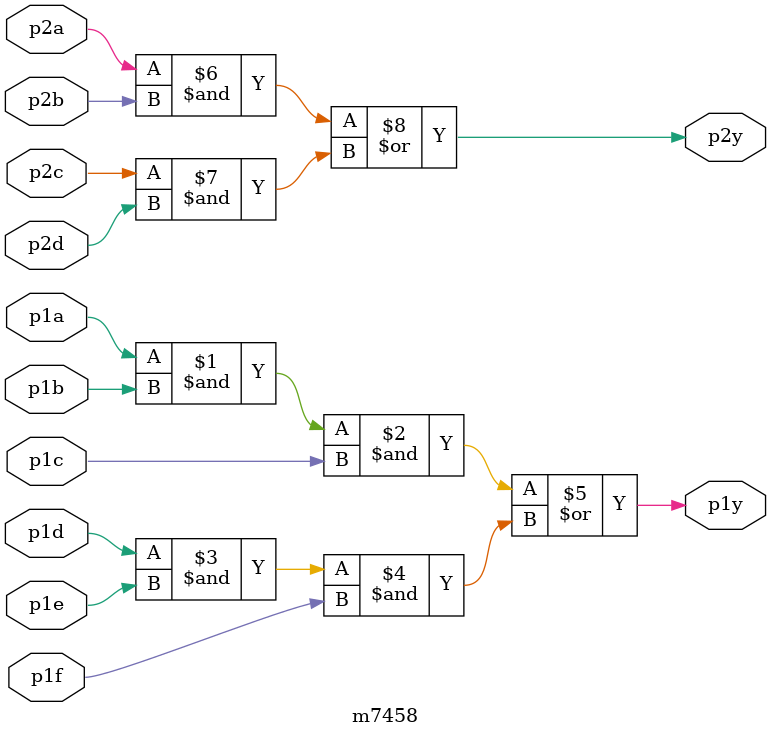
<source format=sv>
module m7458 ( 
    input p1a, p1b, p1c, p1d, p1e, p1f,
    output p1y,
    input p2a, p2b, p2c, p2d,
    output p2y );
	
    assign p1y = (p1a & p1b & p1c) | (p1d & p1e & p1f);
    assign p2y = (p2a & p2b) | (p2c & p2d);

endmodule
</source>
